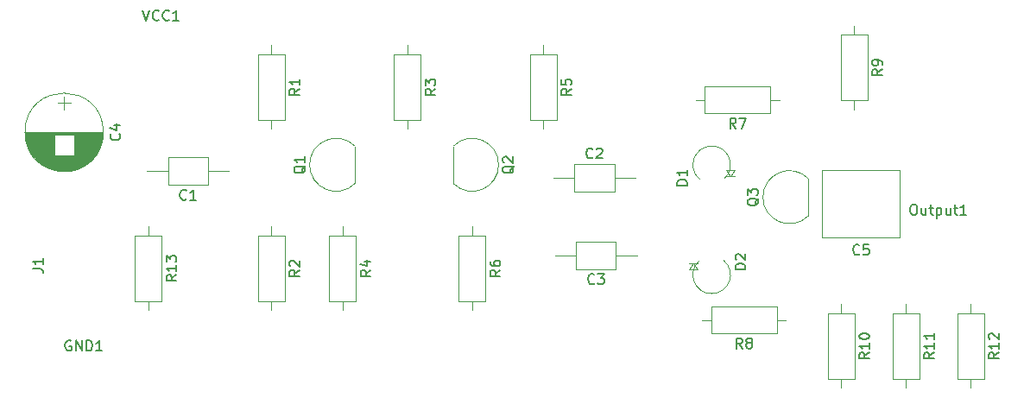
<source format=gbr>
G04 #@! TF.FileFunction,Legend,Top*
%FSLAX46Y46*%
G04 Gerber Fmt 4.6, Leading zero omitted, Abs format (unit mm)*
G04 Created by KiCad (PCBNEW 4.0.7) date 03/20/19 22:06:33*
%MOMM*%
%LPD*%
G01*
G04 APERTURE LIST*
%ADD10C,0.100000*%
%ADD11C,0.120000*%
%ADD12C,0.150000*%
G04 APERTURE END LIST*
D10*
D11*
X89035000Y-111850000D02*
X89035000Y-109130000D01*
X89035000Y-109130000D02*
X85115000Y-109130000D01*
X85115000Y-109130000D02*
X85115000Y-111850000D01*
X85115000Y-111850000D02*
X89035000Y-111850000D01*
X91095000Y-110490000D02*
X89035000Y-110490000D01*
X83055000Y-110490000D02*
X85115000Y-110490000D01*
X124960000Y-109765000D02*
X124960000Y-112485000D01*
X124960000Y-112485000D02*
X128880000Y-112485000D01*
X128880000Y-112485000D02*
X128880000Y-109765000D01*
X128880000Y-109765000D02*
X124960000Y-109765000D01*
X122900000Y-111125000D02*
X124960000Y-111125000D01*
X130940000Y-111125000D02*
X128880000Y-111125000D01*
X129040000Y-120105000D02*
X129040000Y-117385000D01*
X129040000Y-117385000D02*
X125120000Y-117385000D01*
X125120000Y-117385000D02*
X125120000Y-120105000D01*
X125120000Y-120105000D02*
X129040000Y-120105000D01*
X131100000Y-118745000D02*
X129040000Y-118745000D01*
X123060000Y-118745000D02*
X125120000Y-118745000D01*
X78770000Y-106660000D02*
G75*
G03X78770000Y-106660000I-3840000J0D01*
G01*
X78730000Y-106660000D02*
X71130000Y-106660000D01*
X78730000Y-106700000D02*
X71130000Y-106700000D01*
X78730000Y-106740000D02*
X71130000Y-106740000D01*
X78729000Y-106780000D02*
X71131000Y-106780000D01*
X78727000Y-106820000D02*
X71133000Y-106820000D01*
X78725000Y-106860000D02*
X71135000Y-106860000D01*
X78723000Y-106900000D02*
X71137000Y-106900000D01*
X78720000Y-106940000D02*
X75910000Y-106940000D01*
X73950000Y-106940000D02*
X71140000Y-106940000D01*
X78717000Y-106980000D02*
X75910000Y-106980000D01*
X73950000Y-106980000D02*
X71143000Y-106980000D01*
X78714000Y-107020000D02*
X75910000Y-107020000D01*
X73950000Y-107020000D02*
X71146000Y-107020000D01*
X78710000Y-107060000D02*
X75910000Y-107060000D01*
X73950000Y-107060000D02*
X71150000Y-107060000D01*
X78705000Y-107100000D02*
X75910000Y-107100000D01*
X73950000Y-107100000D02*
X71155000Y-107100000D01*
X78700000Y-107140000D02*
X75910000Y-107140000D01*
X73950000Y-107140000D02*
X71160000Y-107140000D01*
X78695000Y-107180000D02*
X75910000Y-107180000D01*
X73950000Y-107180000D02*
X71165000Y-107180000D01*
X78689000Y-107220000D02*
X75910000Y-107220000D01*
X73950000Y-107220000D02*
X71171000Y-107220000D01*
X78683000Y-107260000D02*
X75910000Y-107260000D01*
X73950000Y-107260000D02*
X71177000Y-107260000D01*
X78677000Y-107300000D02*
X75910000Y-107300000D01*
X73950000Y-107300000D02*
X71183000Y-107300000D01*
X78670000Y-107340000D02*
X75910000Y-107340000D01*
X73950000Y-107340000D02*
X71190000Y-107340000D01*
X78662000Y-107381000D02*
X75910000Y-107381000D01*
X73950000Y-107381000D02*
X71198000Y-107381000D01*
X78655000Y-107421000D02*
X75910000Y-107421000D01*
X73950000Y-107421000D02*
X71205000Y-107421000D01*
X78646000Y-107461000D02*
X75910000Y-107461000D01*
X73950000Y-107461000D02*
X71214000Y-107461000D01*
X78637000Y-107501000D02*
X75910000Y-107501000D01*
X73950000Y-107501000D02*
X71223000Y-107501000D01*
X78628000Y-107541000D02*
X75910000Y-107541000D01*
X73950000Y-107541000D02*
X71232000Y-107541000D01*
X78619000Y-107581000D02*
X75910000Y-107581000D01*
X73950000Y-107581000D02*
X71241000Y-107581000D01*
X78609000Y-107621000D02*
X75910000Y-107621000D01*
X73950000Y-107621000D02*
X71251000Y-107621000D01*
X78598000Y-107661000D02*
X75910000Y-107661000D01*
X73950000Y-107661000D02*
X71262000Y-107661000D01*
X78587000Y-107701000D02*
X75910000Y-107701000D01*
X73950000Y-107701000D02*
X71273000Y-107701000D01*
X78575000Y-107741000D02*
X75910000Y-107741000D01*
X73950000Y-107741000D02*
X71285000Y-107741000D01*
X78564000Y-107781000D02*
X75910000Y-107781000D01*
X73950000Y-107781000D02*
X71296000Y-107781000D01*
X78551000Y-107821000D02*
X75910000Y-107821000D01*
X73950000Y-107821000D02*
X71309000Y-107821000D01*
X78538000Y-107861000D02*
X75910000Y-107861000D01*
X73950000Y-107861000D02*
X71322000Y-107861000D01*
X78525000Y-107901000D02*
X75910000Y-107901000D01*
X73950000Y-107901000D02*
X71335000Y-107901000D01*
X78511000Y-107941000D02*
X75910000Y-107941000D01*
X73950000Y-107941000D02*
X71349000Y-107941000D01*
X78496000Y-107981000D02*
X75910000Y-107981000D01*
X73950000Y-107981000D02*
X71364000Y-107981000D01*
X78482000Y-108021000D02*
X75910000Y-108021000D01*
X73950000Y-108021000D02*
X71378000Y-108021000D01*
X78466000Y-108061000D02*
X75910000Y-108061000D01*
X73950000Y-108061000D02*
X71394000Y-108061000D01*
X78450000Y-108101000D02*
X75910000Y-108101000D01*
X73950000Y-108101000D02*
X71410000Y-108101000D01*
X78434000Y-108141000D02*
X75910000Y-108141000D01*
X73950000Y-108141000D02*
X71426000Y-108141000D01*
X78417000Y-108181000D02*
X75910000Y-108181000D01*
X73950000Y-108181000D02*
X71443000Y-108181000D01*
X78399000Y-108221000D02*
X75910000Y-108221000D01*
X73950000Y-108221000D02*
X71461000Y-108221000D01*
X78381000Y-108261000D02*
X75910000Y-108261000D01*
X73950000Y-108261000D02*
X71479000Y-108261000D01*
X78363000Y-108301000D02*
X75910000Y-108301000D01*
X73950000Y-108301000D02*
X71497000Y-108301000D01*
X78343000Y-108341000D02*
X75910000Y-108341000D01*
X73950000Y-108341000D02*
X71517000Y-108341000D01*
X78324000Y-108381000D02*
X75910000Y-108381000D01*
X73950000Y-108381000D02*
X71536000Y-108381000D01*
X78303000Y-108421000D02*
X75910000Y-108421000D01*
X73950000Y-108421000D02*
X71557000Y-108421000D01*
X78282000Y-108461000D02*
X75910000Y-108461000D01*
X73950000Y-108461000D02*
X71578000Y-108461000D01*
X78261000Y-108501000D02*
X75910000Y-108501000D01*
X73950000Y-108501000D02*
X71599000Y-108501000D01*
X78239000Y-108541000D02*
X75910000Y-108541000D01*
X73950000Y-108541000D02*
X71621000Y-108541000D01*
X78216000Y-108581000D02*
X75910000Y-108581000D01*
X73950000Y-108581000D02*
X71644000Y-108581000D01*
X78193000Y-108621000D02*
X75910000Y-108621000D01*
X73950000Y-108621000D02*
X71667000Y-108621000D01*
X78169000Y-108661000D02*
X75910000Y-108661000D01*
X73950000Y-108661000D02*
X71691000Y-108661000D01*
X78144000Y-108701000D02*
X75910000Y-108701000D01*
X73950000Y-108701000D02*
X71716000Y-108701000D01*
X78118000Y-108741000D02*
X75910000Y-108741000D01*
X73950000Y-108741000D02*
X71742000Y-108741000D01*
X78092000Y-108781000D02*
X75910000Y-108781000D01*
X73950000Y-108781000D02*
X71768000Y-108781000D01*
X78065000Y-108821000D02*
X75910000Y-108821000D01*
X73950000Y-108821000D02*
X71795000Y-108821000D01*
X78038000Y-108861000D02*
X75910000Y-108861000D01*
X73950000Y-108861000D02*
X71822000Y-108861000D01*
X78009000Y-108901000D02*
X71851000Y-108901000D01*
X77980000Y-108941000D02*
X71880000Y-108941000D01*
X77950000Y-108981000D02*
X71910000Y-108981000D01*
X77920000Y-109021000D02*
X71940000Y-109021000D01*
X77888000Y-109061000D02*
X71972000Y-109061000D01*
X77856000Y-109101000D02*
X72004000Y-109101000D01*
X77822000Y-109141000D02*
X72038000Y-109141000D01*
X77788000Y-109181000D02*
X72072000Y-109181000D01*
X77753000Y-109221000D02*
X72107000Y-109221000D01*
X77716000Y-109261000D02*
X72144000Y-109261000D01*
X77679000Y-109301000D02*
X72181000Y-109301000D01*
X77641000Y-109341000D02*
X72219000Y-109341000D01*
X77601000Y-109381000D02*
X72259000Y-109381000D01*
X77560000Y-109421000D02*
X72300000Y-109421000D01*
X77518000Y-109461000D02*
X72342000Y-109461000D01*
X77475000Y-109501000D02*
X72385000Y-109501000D01*
X77430000Y-109541000D02*
X72430000Y-109541000D01*
X77384000Y-109581000D02*
X72476000Y-109581000D01*
X77337000Y-109621000D02*
X72523000Y-109621000D01*
X77287000Y-109661000D02*
X72573000Y-109661000D01*
X77237000Y-109701000D02*
X72623000Y-109701000D01*
X77184000Y-109741000D02*
X72676000Y-109741000D01*
X77129000Y-109781000D02*
X72731000Y-109781000D01*
X77072000Y-109821000D02*
X72788000Y-109821000D01*
X77013000Y-109861000D02*
X72847000Y-109861000D01*
X76952000Y-109901000D02*
X72908000Y-109901000D01*
X76887000Y-109941000D02*
X72973000Y-109941000D01*
X76820000Y-109981000D02*
X73040000Y-109981000D01*
X76750000Y-110021000D02*
X73110000Y-110021000D01*
X76675000Y-110061000D02*
X73185000Y-110061000D01*
X76597000Y-110101000D02*
X73263000Y-110101000D01*
X76514000Y-110141000D02*
X73346000Y-110141000D01*
X76425000Y-110181000D02*
X73435000Y-110181000D01*
X76330000Y-110221000D02*
X73530000Y-110221000D01*
X76227000Y-110261000D02*
X73633000Y-110261000D01*
X76114000Y-110301000D02*
X73746000Y-110301000D01*
X75987000Y-110341000D02*
X73873000Y-110341000D01*
X75843000Y-110381000D02*
X74017000Y-110381000D01*
X75670000Y-110421000D02*
X74190000Y-110421000D01*
X75443000Y-110461000D02*
X74417000Y-110461000D01*
X74930000Y-103210000D02*
X74930000Y-104410000D01*
X75580000Y-103810000D02*
X74280000Y-103810000D01*
X156885000Y-116975000D02*
X149265000Y-116975000D01*
X156885000Y-110355000D02*
X149265000Y-110355000D01*
X156885000Y-116975000D02*
X156885000Y-110355000D01*
X149265000Y-116975000D02*
X149265000Y-110355000D01*
X139810000Y-110998000D02*
X140699000Y-110998000D01*
X140254500Y-110998000D02*
X139810000Y-110405333D01*
X139810000Y-110405333D02*
X140699000Y-110405333D01*
X140699000Y-110405333D02*
X140254500Y-110998000D01*
X139663840Y-111220408D02*
G75*
G03X137230000Y-111250242I-1233840J1365408D01*
G01*
X137050000Y-119507000D02*
X136161000Y-119507000D01*
X136605500Y-119507000D02*
X137050000Y-120099667D01*
X137050000Y-120099667D02*
X136161000Y-120099667D01*
X136161000Y-120099667D02*
X136605500Y-119507000D01*
X137196160Y-119284592D02*
G75*
G03X139630000Y-119254758I1233840J-1365408D01*
G01*
X103450000Y-111655000D02*
X103450000Y-108055000D01*
X103438478Y-111693478D02*
G75*
G02X99000000Y-109855000I-1838478J1838478D01*
G01*
X103438478Y-108016522D02*
G75*
G03X99000000Y-109855000I-1838478J-1838478D01*
G01*
X113085000Y-108055000D02*
X113085000Y-111655000D01*
X113096522Y-108016522D02*
G75*
G02X117535000Y-109855000I1838478J-1838478D01*
G01*
X113096522Y-111693478D02*
G75*
G03X117535000Y-109855000I1838478J1838478D01*
G01*
X147900000Y-114830000D02*
X147900000Y-111230000D01*
X147888478Y-114868478D02*
G75*
G02X143450000Y-113030000I-1838478J1838478D01*
G01*
X147888478Y-111191522D02*
G75*
G03X143450000Y-113030000I-1838478J-1838478D01*
G01*
X96560000Y-99025000D02*
X93940000Y-99025000D01*
X93940000Y-99025000D02*
X93940000Y-105445000D01*
X93940000Y-105445000D02*
X96560000Y-105445000D01*
X96560000Y-105445000D02*
X96560000Y-99025000D01*
X95250000Y-98135000D02*
X95250000Y-99025000D01*
X95250000Y-106335000D02*
X95250000Y-105445000D01*
X96560000Y-116805000D02*
X93940000Y-116805000D01*
X93940000Y-116805000D02*
X93940000Y-123225000D01*
X93940000Y-123225000D02*
X96560000Y-123225000D01*
X96560000Y-123225000D02*
X96560000Y-116805000D01*
X95250000Y-115915000D02*
X95250000Y-116805000D01*
X95250000Y-124115000D02*
X95250000Y-123225000D01*
X109895000Y-99025000D02*
X107275000Y-99025000D01*
X107275000Y-99025000D02*
X107275000Y-105445000D01*
X107275000Y-105445000D02*
X109895000Y-105445000D01*
X109895000Y-105445000D02*
X109895000Y-99025000D01*
X108585000Y-98135000D02*
X108585000Y-99025000D01*
X108585000Y-106335000D02*
X108585000Y-105445000D01*
X103545000Y-116805000D02*
X100925000Y-116805000D01*
X100925000Y-116805000D02*
X100925000Y-123225000D01*
X100925000Y-123225000D02*
X103545000Y-123225000D01*
X103545000Y-123225000D02*
X103545000Y-116805000D01*
X102235000Y-115915000D02*
X102235000Y-116805000D01*
X102235000Y-124115000D02*
X102235000Y-123225000D01*
X123230000Y-99025000D02*
X120610000Y-99025000D01*
X120610000Y-99025000D02*
X120610000Y-105445000D01*
X120610000Y-105445000D02*
X123230000Y-105445000D01*
X123230000Y-105445000D02*
X123230000Y-99025000D01*
X121920000Y-98135000D02*
X121920000Y-99025000D01*
X121920000Y-106335000D02*
X121920000Y-105445000D01*
X116245000Y-116805000D02*
X113625000Y-116805000D01*
X113625000Y-116805000D02*
X113625000Y-123225000D01*
X113625000Y-123225000D02*
X116245000Y-123225000D01*
X116245000Y-123225000D02*
X116245000Y-116805000D01*
X114935000Y-115915000D02*
X114935000Y-116805000D01*
X114935000Y-124115000D02*
X114935000Y-123225000D01*
X144180000Y-104815000D02*
X144180000Y-102195000D01*
X144180000Y-102195000D02*
X137760000Y-102195000D01*
X137760000Y-102195000D02*
X137760000Y-104815000D01*
X137760000Y-104815000D02*
X144180000Y-104815000D01*
X145070000Y-103505000D02*
X144180000Y-103505000D01*
X136870000Y-103505000D02*
X137760000Y-103505000D01*
X144815000Y-126405000D02*
X144815000Y-123785000D01*
X144815000Y-123785000D02*
X138395000Y-123785000D01*
X138395000Y-123785000D02*
X138395000Y-126405000D01*
X138395000Y-126405000D02*
X144815000Y-126405000D01*
X145705000Y-125095000D02*
X144815000Y-125095000D01*
X137505000Y-125095000D02*
X138395000Y-125095000D01*
X153710000Y-97120000D02*
X151090000Y-97120000D01*
X151090000Y-97120000D02*
X151090000Y-103540000D01*
X151090000Y-103540000D02*
X153710000Y-103540000D01*
X153710000Y-103540000D02*
X153710000Y-97120000D01*
X152400000Y-96230000D02*
X152400000Y-97120000D01*
X152400000Y-104430000D02*
X152400000Y-103540000D01*
X152440000Y-124425000D02*
X149820000Y-124425000D01*
X149820000Y-124425000D02*
X149820000Y-130845000D01*
X149820000Y-130845000D02*
X152440000Y-130845000D01*
X152440000Y-130845000D02*
X152440000Y-124425000D01*
X151130000Y-123535000D02*
X151130000Y-124425000D01*
X151130000Y-131735000D02*
X151130000Y-130845000D01*
X158790000Y-124425000D02*
X156170000Y-124425000D01*
X156170000Y-124425000D02*
X156170000Y-130845000D01*
X156170000Y-130845000D02*
X158790000Y-130845000D01*
X158790000Y-130845000D02*
X158790000Y-124425000D01*
X157480000Y-123535000D02*
X157480000Y-124425000D01*
X157480000Y-131735000D02*
X157480000Y-130845000D01*
X165140000Y-124425000D02*
X162520000Y-124425000D01*
X162520000Y-124425000D02*
X162520000Y-130845000D01*
X162520000Y-130845000D02*
X165140000Y-130845000D01*
X165140000Y-130845000D02*
X165140000Y-124425000D01*
X163830000Y-123535000D02*
X163830000Y-124425000D01*
X163830000Y-131735000D02*
X163830000Y-130845000D01*
X84495000Y-116805000D02*
X81875000Y-116805000D01*
X81875000Y-116805000D02*
X81875000Y-123225000D01*
X81875000Y-123225000D02*
X84495000Y-123225000D01*
X84495000Y-123225000D02*
X84495000Y-116805000D01*
X83185000Y-115915000D02*
X83185000Y-116805000D01*
X83185000Y-124115000D02*
X83185000Y-123225000D01*
D12*
X86908334Y-113207143D02*
X86860715Y-113254762D01*
X86717858Y-113302381D01*
X86622620Y-113302381D01*
X86479762Y-113254762D01*
X86384524Y-113159524D01*
X86336905Y-113064286D01*
X86289286Y-112873810D01*
X86289286Y-112730952D01*
X86336905Y-112540476D01*
X86384524Y-112445238D01*
X86479762Y-112350000D01*
X86622620Y-112302381D01*
X86717858Y-112302381D01*
X86860715Y-112350000D01*
X86908334Y-112397619D01*
X87860715Y-113302381D02*
X87289286Y-113302381D01*
X87575000Y-113302381D02*
X87575000Y-112302381D01*
X87479762Y-112445238D01*
X87384524Y-112540476D01*
X87289286Y-112588095D01*
X126753334Y-109122143D02*
X126705715Y-109169762D01*
X126562858Y-109217381D01*
X126467620Y-109217381D01*
X126324762Y-109169762D01*
X126229524Y-109074524D01*
X126181905Y-108979286D01*
X126134286Y-108788810D01*
X126134286Y-108645952D01*
X126181905Y-108455476D01*
X126229524Y-108360238D01*
X126324762Y-108265000D01*
X126467620Y-108217381D01*
X126562858Y-108217381D01*
X126705715Y-108265000D01*
X126753334Y-108312619D01*
X127134286Y-108312619D02*
X127181905Y-108265000D01*
X127277143Y-108217381D01*
X127515239Y-108217381D01*
X127610477Y-108265000D01*
X127658096Y-108312619D01*
X127705715Y-108407857D01*
X127705715Y-108503095D01*
X127658096Y-108645952D01*
X127086667Y-109217381D01*
X127705715Y-109217381D01*
X126913334Y-121462143D02*
X126865715Y-121509762D01*
X126722858Y-121557381D01*
X126627620Y-121557381D01*
X126484762Y-121509762D01*
X126389524Y-121414524D01*
X126341905Y-121319286D01*
X126294286Y-121128810D01*
X126294286Y-120985952D01*
X126341905Y-120795476D01*
X126389524Y-120700238D01*
X126484762Y-120605000D01*
X126627620Y-120557381D01*
X126722858Y-120557381D01*
X126865715Y-120605000D01*
X126913334Y-120652619D01*
X127246667Y-120557381D02*
X127865715Y-120557381D01*
X127532381Y-120938333D01*
X127675239Y-120938333D01*
X127770477Y-120985952D01*
X127818096Y-121033571D01*
X127865715Y-121128810D01*
X127865715Y-121366905D01*
X127818096Y-121462143D01*
X127770477Y-121509762D01*
X127675239Y-121557381D01*
X127389524Y-121557381D01*
X127294286Y-121509762D01*
X127246667Y-121462143D01*
X80347143Y-106826666D02*
X80394762Y-106874285D01*
X80442381Y-107017142D01*
X80442381Y-107112380D01*
X80394762Y-107255238D01*
X80299524Y-107350476D01*
X80204286Y-107398095D01*
X80013810Y-107445714D01*
X79870952Y-107445714D01*
X79680476Y-107398095D01*
X79585238Y-107350476D01*
X79490000Y-107255238D01*
X79442381Y-107112380D01*
X79442381Y-107017142D01*
X79490000Y-106874285D01*
X79537619Y-106826666D01*
X79775714Y-105969523D02*
X80442381Y-105969523D01*
X79394762Y-106207619D02*
X80109048Y-106445714D01*
X80109048Y-105826666D01*
X152908334Y-118582143D02*
X152860715Y-118629762D01*
X152717858Y-118677381D01*
X152622620Y-118677381D01*
X152479762Y-118629762D01*
X152384524Y-118534524D01*
X152336905Y-118439286D01*
X152289286Y-118248810D01*
X152289286Y-118105952D01*
X152336905Y-117915476D01*
X152384524Y-117820238D01*
X152479762Y-117725000D01*
X152622620Y-117677381D01*
X152717858Y-117677381D01*
X152860715Y-117725000D01*
X152908334Y-117772619D01*
X153813096Y-117677381D02*
X153336905Y-117677381D01*
X153289286Y-118153571D01*
X153336905Y-118105952D01*
X153432143Y-118058333D01*
X153670239Y-118058333D01*
X153765477Y-118105952D01*
X153813096Y-118153571D01*
X153860715Y-118248810D01*
X153860715Y-118486905D01*
X153813096Y-118582143D01*
X153765477Y-118629762D01*
X153670239Y-118677381D01*
X153432143Y-118677381D01*
X153336905Y-118629762D01*
X153289286Y-118582143D01*
X136022381Y-111863095D02*
X135022381Y-111863095D01*
X135022381Y-111625000D01*
X135070000Y-111482142D01*
X135165238Y-111386904D01*
X135260476Y-111339285D01*
X135450952Y-111291666D01*
X135593810Y-111291666D01*
X135784286Y-111339285D01*
X135879524Y-111386904D01*
X135974762Y-111482142D01*
X136022381Y-111625000D01*
X136022381Y-111863095D01*
X136022381Y-110339285D02*
X136022381Y-110910714D01*
X136022381Y-110625000D02*
X135022381Y-110625000D01*
X135165238Y-110720238D01*
X135260476Y-110815476D01*
X135308095Y-110910714D01*
X141742381Y-120118095D02*
X140742381Y-120118095D01*
X140742381Y-119880000D01*
X140790000Y-119737142D01*
X140885238Y-119641904D01*
X140980476Y-119594285D01*
X141170952Y-119546666D01*
X141313810Y-119546666D01*
X141504286Y-119594285D01*
X141599524Y-119641904D01*
X141694762Y-119737142D01*
X141742381Y-119880000D01*
X141742381Y-120118095D01*
X140837619Y-119165714D02*
X140790000Y-119118095D01*
X140742381Y-119022857D01*
X140742381Y-118784761D01*
X140790000Y-118689523D01*
X140837619Y-118641904D01*
X140932857Y-118594285D01*
X141028095Y-118594285D01*
X141170952Y-118641904D01*
X141742381Y-119213333D01*
X141742381Y-118594285D01*
X98587619Y-109950238D02*
X98540000Y-110045476D01*
X98444762Y-110140714D01*
X98301905Y-110283571D01*
X98254286Y-110378810D01*
X98254286Y-110474048D01*
X98492381Y-110426429D02*
X98444762Y-110521667D01*
X98349524Y-110616905D01*
X98159048Y-110664524D01*
X97825714Y-110664524D01*
X97635238Y-110616905D01*
X97540000Y-110521667D01*
X97492381Y-110426429D01*
X97492381Y-110235952D01*
X97540000Y-110140714D01*
X97635238Y-110045476D01*
X97825714Y-109997857D01*
X98159048Y-109997857D01*
X98349524Y-110045476D01*
X98444762Y-110140714D01*
X98492381Y-110235952D01*
X98492381Y-110426429D01*
X98492381Y-109045476D02*
X98492381Y-109616905D01*
X98492381Y-109331191D02*
X97492381Y-109331191D01*
X97635238Y-109426429D01*
X97730476Y-109521667D01*
X97778095Y-109616905D01*
X119042619Y-109950238D02*
X118995000Y-110045476D01*
X118899762Y-110140714D01*
X118756905Y-110283571D01*
X118709286Y-110378810D01*
X118709286Y-110474048D01*
X118947381Y-110426429D02*
X118899762Y-110521667D01*
X118804524Y-110616905D01*
X118614048Y-110664524D01*
X118280714Y-110664524D01*
X118090238Y-110616905D01*
X117995000Y-110521667D01*
X117947381Y-110426429D01*
X117947381Y-110235952D01*
X117995000Y-110140714D01*
X118090238Y-110045476D01*
X118280714Y-109997857D01*
X118614048Y-109997857D01*
X118804524Y-110045476D01*
X118899762Y-110140714D01*
X118947381Y-110235952D01*
X118947381Y-110426429D01*
X118042619Y-109616905D02*
X117995000Y-109569286D01*
X117947381Y-109474048D01*
X117947381Y-109235952D01*
X117995000Y-109140714D01*
X118042619Y-109093095D01*
X118137857Y-109045476D01*
X118233095Y-109045476D01*
X118375952Y-109093095D01*
X118947381Y-109664524D01*
X118947381Y-109045476D01*
X143037619Y-113125238D02*
X142990000Y-113220476D01*
X142894762Y-113315714D01*
X142751905Y-113458571D01*
X142704286Y-113553810D01*
X142704286Y-113649048D01*
X142942381Y-113601429D02*
X142894762Y-113696667D01*
X142799524Y-113791905D01*
X142609048Y-113839524D01*
X142275714Y-113839524D01*
X142085238Y-113791905D01*
X141990000Y-113696667D01*
X141942381Y-113601429D01*
X141942381Y-113410952D01*
X141990000Y-113315714D01*
X142085238Y-113220476D01*
X142275714Y-113172857D01*
X142609048Y-113172857D01*
X142799524Y-113220476D01*
X142894762Y-113315714D01*
X142942381Y-113410952D01*
X142942381Y-113601429D01*
X141942381Y-112839524D02*
X141942381Y-112220476D01*
X142323333Y-112553810D01*
X142323333Y-112410952D01*
X142370952Y-112315714D01*
X142418571Y-112268095D01*
X142513810Y-112220476D01*
X142751905Y-112220476D01*
X142847143Y-112268095D01*
X142894762Y-112315714D01*
X142942381Y-112410952D01*
X142942381Y-112696667D01*
X142894762Y-112791905D01*
X142847143Y-112839524D01*
X98012381Y-102401666D02*
X97536190Y-102735000D01*
X98012381Y-102973095D02*
X97012381Y-102973095D01*
X97012381Y-102592142D01*
X97060000Y-102496904D01*
X97107619Y-102449285D01*
X97202857Y-102401666D01*
X97345714Y-102401666D01*
X97440952Y-102449285D01*
X97488571Y-102496904D01*
X97536190Y-102592142D01*
X97536190Y-102973095D01*
X98012381Y-101449285D02*
X98012381Y-102020714D01*
X98012381Y-101735000D02*
X97012381Y-101735000D01*
X97155238Y-101830238D01*
X97250476Y-101925476D01*
X97298095Y-102020714D01*
X98012381Y-120181666D02*
X97536190Y-120515000D01*
X98012381Y-120753095D02*
X97012381Y-120753095D01*
X97012381Y-120372142D01*
X97060000Y-120276904D01*
X97107619Y-120229285D01*
X97202857Y-120181666D01*
X97345714Y-120181666D01*
X97440952Y-120229285D01*
X97488571Y-120276904D01*
X97536190Y-120372142D01*
X97536190Y-120753095D01*
X97107619Y-119800714D02*
X97060000Y-119753095D01*
X97012381Y-119657857D01*
X97012381Y-119419761D01*
X97060000Y-119324523D01*
X97107619Y-119276904D01*
X97202857Y-119229285D01*
X97298095Y-119229285D01*
X97440952Y-119276904D01*
X98012381Y-119848333D01*
X98012381Y-119229285D01*
X111347381Y-102401666D02*
X110871190Y-102735000D01*
X111347381Y-102973095D02*
X110347381Y-102973095D01*
X110347381Y-102592142D01*
X110395000Y-102496904D01*
X110442619Y-102449285D01*
X110537857Y-102401666D01*
X110680714Y-102401666D01*
X110775952Y-102449285D01*
X110823571Y-102496904D01*
X110871190Y-102592142D01*
X110871190Y-102973095D01*
X110347381Y-102068333D02*
X110347381Y-101449285D01*
X110728333Y-101782619D01*
X110728333Y-101639761D01*
X110775952Y-101544523D01*
X110823571Y-101496904D01*
X110918810Y-101449285D01*
X111156905Y-101449285D01*
X111252143Y-101496904D01*
X111299762Y-101544523D01*
X111347381Y-101639761D01*
X111347381Y-101925476D01*
X111299762Y-102020714D01*
X111252143Y-102068333D01*
X104997381Y-120181666D02*
X104521190Y-120515000D01*
X104997381Y-120753095D02*
X103997381Y-120753095D01*
X103997381Y-120372142D01*
X104045000Y-120276904D01*
X104092619Y-120229285D01*
X104187857Y-120181666D01*
X104330714Y-120181666D01*
X104425952Y-120229285D01*
X104473571Y-120276904D01*
X104521190Y-120372142D01*
X104521190Y-120753095D01*
X104330714Y-119324523D02*
X104997381Y-119324523D01*
X103949762Y-119562619D02*
X104664048Y-119800714D01*
X104664048Y-119181666D01*
X124682381Y-102401666D02*
X124206190Y-102735000D01*
X124682381Y-102973095D02*
X123682381Y-102973095D01*
X123682381Y-102592142D01*
X123730000Y-102496904D01*
X123777619Y-102449285D01*
X123872857Y-102401666D01*
X124015714Y-102401666D01*
X124110952Y-102449285D01*
X124158571Y-102496904D01*
X124206190Y-102592142D01*
X124206190Y-102973095D01*
X123682381Y-101496904D02*
X123682381Y-101973095D01*
X124158571Y-102020714D01*
X124110952Y-101973095D01*
X124063333Y-101877857D01*
X124063333Y-101639761D01*
X124110952Y-101544523D01*
X124158571Y-101496904D01*
X124253810Y-101449285D01*
X124491905Y-101449285D01*
X124587143Y-101496904D01*
X124634762Y-101544523D01*
X124682381Y-101639761D01*
X124682381Y-101877857D01*
X124634762Y-101973095D01*
X124587143Y-102020714D01*
X117697381Y-120181666D02*
X117221190Y-120515000D01*
X117697381Y-120753095D02*
X116697381Y-120753095D01*
X116697381Y-120372142D01*
X116745000Y-120276904D01*
X116792619Y-120229285D01*
X116887857Y-120181666D01*
X117030714Y-120181666D01*
X117125952Y-120229285D01*
X117173571Y-120276904D01*
X117221190Y-120372142D01*
X117221190Y-120753095D01*
X116697381Y-119324523D02*
X116697381Y-119515000D01*
X116745000Y-119610238D01*
X116792619Y-119657857D01*
X116935476Y-119753095D01*
X117125952Y-119800714D01*
X117506905Y-119800714D01*
X117602143Y-119753095D01*
X117649762Y-119705476D01*
X117697381Y-119610238D01*
X117697381Y-119419761D01*
X117649762Y-119324523D01*
X117602143Y-119276904D01*
X117506905Y-119229285D01*
X117268810Y-119229285D01*
X117173571Y-119276904D01*
X117125952Y-119324523D01*
X117078333Y-119419761D01*
X117078333Y-119610238D01*
X117125952Y-119705476D01*
X117173571Y-119753095D01*
X117268810Y-119800714D01*
X140803334Y-106267381D02*
X140470000Y-105791190D01*
X140231905Y-106267381D02*
X140231905Y-105267381D01*
X140612858Y-105267381D01*
X140708096Y-105315000D01*
X140755715Y-105362619D01*
X140803334Y-105457857D01*
X140803334Y-105600714D01*
X140755715Y-105695952D01*
X140708096Y-105743571D01*
X140612858Y-105791190D01*
X140231905Y-105791190D01*
X141136667Y-105267381D02*
X141803334Y-105267381D01*
X141374762Y-106267381D01*
X141438334Y-127857381D02*
X141105000Y-127381190D01*
X140866905Y-127857381D02*
X140866905Y-126857381D01*
X141247858Y-126857381D01*
X141343096Y-126905000D01*
X141390715Y-126952619D01*
X141438334Y-127047857D01*
X141438334Y-127190714D01*
X141390715Y-127285952D01*
X141343096Y-127333571D01*
X141247858Y-127381190D01*
X140866905Y-127381190D01*
X142009762Y-127285952D02*
X141914524Y-127238333D01*
X141866905Y-127190714D01*
X141819286Y-127095476D01*
X141819286Y-127047857D01*
X141866905Y-126952619D01*
X141914524Y-126905000D01*
X142009762Y-126857381D01*
X142200239Y-126857381D01*
X142295477Y-126905000D01*
X142343096Y-126952619D01*
X142390715Y-127047857D01*
X142390715Y-127095476D01*
X142343096Y-127190714D01*
X142295477Y-127238333D01*
X142200239Y-127285952D01*
X142009762Y-127285952D01*
X141914524Y-127333571D01*
X141866905Y-127381190D01*
X141819286Y-127476429D01*
X141819286Y-127666905D01*
X141866905Y-127762143D01*
X141914524Y-127809762D01*
X142009762Y-127857381D01*
X142200239Y-127857381D01*
X142295477Y-127809762D01*
X142343096Y-127762143D01*
X142390715Y-127666905D01*
X142390715Y-127476429D01*
X142343096Y-127381190D01*
X142295477Y-127333571D01*
X142200239Y-127285952D01*
X155162381Y-100496666D02*
X154686190Y-100830000D01*
X155162381Y-101068095D02*
X154162381Y-101068095D01*
X154162381Y-100687142D01*
X154210000Y-100591904D01*
X154257619Y-100544285D01*
X154352857Y-100496666D01*
X154495714Y-100496666D01*
X154590952Y-100544285D01*
X154638571Y-100591904D01*
X154686190Y-100687142D01*
X154686190Y-101068095D01*
X155162381Y-100020476D02*
X155162381Y-99830000D01*
X155114762Y-99734761D01*
X155067143Y-99687142D01*
X154924286Y-99591904D01*
X154733810Y-99544285D01*
X154352857Y-99544285D01*
X154257619Y-99591904D01*
X154210000Y-99639523D01*
X154162381Y-99734761D01*
X154162381Y-99925238D01*
X154210000Y-100020476D01*
X154257619Y-100068095D01*
X154352857Y-100115714D01*
X154590952Y-100115714D01*
X154686190Y-100068095D01*
X154733810Y-100020476D01*
X154781429Y-99925238D01*
X154781429Y-99734761D01*
X154733810Y-99639523D01*
X154686190Y-99591904D01*
X154590952Y-99544285D01*
X153892381Y-128277857D02*
X153416190Y-128611191D01*
X153892381Y-128849286D02*
X152892381Y-128849286D01*
X152892381Y-128468333D01*
X152940000Y-128373095D01*
X152987619Y-128325476D01*
X153082857Y-128277857D01*
X153225714Y-128277857D01*
X153320952Y-128325476D01*
X153368571Y-128373095D01*
X153416190Y-128468333D01*
X153416190Y-128849286D01*
X153892381Y-127325476D02*
X153892381Y-127896905D01*
X153892381Y-127611191D02*
X152892381Y-127611191D01*
X153035238Y-127706429D01*
X153130476Y-127801667D01*
X153178095Y-127896905D01*
X152892381Y-126706429D02*
X152892381Y-126611190D01*
X152940000Y-126515952D01*
X152987619Y-126468333D01*
X153082857Y-126420714D01*
X153273333Y-126373095D01*
X153511429Y-126373095D01*
X153701905Y-126420714D01*
X153797143Y-126468333D01*
X153844762Y-126515952D01*
X153892381Y-126611190D01*
X153892381Y-126706429D01*
X153844762Y-126801667D01*
X153797143Y-126849286D01*
X153701905Y-126896905D01*
X153511429Y-126944524D01*
X153273333Y-126944524D01*
X153082857Y-126896905D01*
X152987619Y-126849286D01*
X152940000Y-126801667D01*
X152892381Y-126706429D01*
X160242381Y-128277857D02*
X159766190Y-128611191D01*
X160242381Y-128849286D02*
X159242381Y-128849286D01*
X159242381Y-128468333D01*
X159290000Y-128373095D01*
X159337619Y-128325476D01*
X159432857Y-128277857D01*
X159575714Y-128277857D01*
X159670952Y-128325476D01*
X159718571Y-128373095D01*
X159766190Y-128468333D01*
X159766190Y-128849286D01*
X160242381Y-127325476D02*
X160242381Y-127896905D01*
X160242381Y-127611191D02*
X159242381Y-127611191D01*
X159385238Y-127706429D01*
X159480476Y-127801667D01*
X159528095Y-127896905D01*
X160242381Y-126373095D02*
X160242381Y-126944524D01*
X160242381Y-126658810D02*
X159242381Y-126658810D01*
X159385238Y-126754048D01*
X159480476Y-126849286D01*
X159528095Y-126944524D01*
X166592381Y-128277857D02*
X166116190Y-128611191D01*
X166592381Y-128849286D02*
X165592381Y-128849286D01*
X165592381Y-128468333D01*
X165640000Y-128373095D01*
X165687619Y-128325476D01*
X165782857Y-128277857D01*
X165925714Y-128277857D01*
X166020952Y-128325476D01*
X166068571Y-128373095D01*
X166116190Y-128468333D01*
X166116190Y-128849286D01*
X166592381Y-127325476D02*
X166592381Y-127896905D01*
X166592381Y-127611191D02*
X165592381Y-127611191D01*
X165735238Y-127706429D01*
X165830476Y-127801667D01*
X165878095Y-127896905D01*
X165687619Y-126944524D02*
X165640000Y-126896905D01*
X165592381Y-126801667D01*
X165592381Y-126563571D01*
X165640000Y-126468333D01*
X165687619Y-126420714D01*
X165782857Y-126373095D01*
X165878095Y-126373095D01*
X166020952Y-126420714D01*
X166592381Y-126992143D01*
X166592381Y-126373095D01*
X85947381Y-120657857D02*
X85471190Y-120991191D01*
X85947381Y-121229286D02*
X84947381Y-121229286D01*
X84947381Y-120848333D01*
X84995000Y-120753095D01*
X85042619Y-120705476D01*
X85137857Y-120657857D01*
X85280714Y-120657857D01*
X85375952Y-120705476D01*
X85423571Y-120753095D01*
X85471190Y-120848333D01*
X85471190Y-121229286D01*
X85947381Y-119705476D02*
X85947381Y-120276905D01*
X85947381Y-119991191D02*
X84947381Y-119991191D01*
X85090238Y-120086429D01*
X85185476Y-120181667D01*
X85233095Y-120276905D01*
X84947381Y-119372143D02*
X84947381Y-118753095D01*
X85328333Y-119086429D01*
X85328333Y-118943571D01*
X85375952Y-118848333D01*
X85423571Y-118800714D01*
X85518810Y-118753095D01*
X85756905Y-118753095D01*
X85852143Y-118800714D01*
X85899762Y-118848333D01*
X85947381Y-118943571D01*
X85947381Y-119229286D01*
X85899762Y-119324524D01*
X85852143Y-119372143D01*
X71842381Y-120030833D02*
X72556667Y-120030833D01*
X72699524Y-120078453D01*
X72794762Y-120173691D01*
X72842381Y-120316548D01*
X72842381Y-120411786D01*
X72842381Y-119030833D02*
X72842381Y-119602262D01*
X72842381Y-119316548D02*
X71842381Y-119316548D01*
X71985238Y-119411786D01*
X72080476Y-119507024D01*
X72128095Y-119602262D01*
X82645476Y-94702381D02*
X82978809Y-95702381D01*
X83312143Y-94702381D01*
X84216905Y-95607143D02*
X84169286Y-95654762D01*
X84026429Y-95702381D01*
X83931191Y-95702381D01*
X83788333Y-95654762D01*
X83693095Y-95559524D01*
X83645476Y-95464286D01*
X83597857Y-95273810D01*
X83597857Y-95130952D01*
X83645476Y-94940476D01*
X83693095Y-94845238D01*
X83788333Y-94750000D01*
X83931191Y-94702381D01*
X84026429Y-94702381D01*
X84169286Y-94750000D01*
X84216905Y-94797619D01*
X85216905Y-95607143D02*
X85169286Y-95654762D01*
X85026429Y-95702381D01*
X84931191Y-95702381D01*
X84788333Y-95654762D01*
X84693095Y-95559524D01*
X84645476Y-95464286D01*
X84597857Y-95273810D01*
X84597857Y-95130952D01*
X84645476Y-94940476D01*
X84693095Y-94845238D01*
X84788333Y-94750000D01*
X84931191Y-94702381D01*
X85026429Y-94702381D01*
X85169286Y-94750000D01*
X85216905Y-94797619D01*
X86169286Y-95702381D02*
X85597857Y-95702381D01*
X85883571Y-95702381D02*
X85883571Y-94702381D01*
X85788333Y-94845238D01*
X85693095Y-94940476D01*
X85597857Y-94988095D01*
X75596905Y-127135000D02*
X75501667Y-127087381D01*
X75358810Y-127087381D01*
X75215952Y-127135000D01*
X75120714Y-127230238D01*
X75073095Y-127325476D01*
X75025476Y-127515952D01*
X75025476Y-127658810D01*
X75073095Y-127849286D01*
X75120714Y-127944524D01*
X75215952Y-128039762D01*
X75358810Y-128087381D01*
X75454048Y-128087381D01*
X75596905Y-128039762D01*
X75644524Y-127992143D01*
X75644524Y-127658810D01*
X75454048Y-127658810D01*
X76073095Y-128087381D02*
X76073095Y-127087381D01*
X76644524Y-128087381D01*
X76644524Y-127087381D01*
X77120714Y-128087381D02*
X77120714Y-127087381D01*
X77358809Y-127087381D01*
X77501667Y-127135000D01*
X77596905Y-127230238D01*
X77644524Y-127325476D01*
X77692143Y-127515952D01*
X77692143Y-127658810D01*
X77644524Y-127849286D01*
X77596905Y-127944524D01*
X77501667Y-128039762D01*
X77358809Y-128087381D01*
X77120714Y-128087381D01*
X78644524Y-128087381D02*
X78073095Y-128087381D01*
X78358809Y-128087381D02*
X78358809Y-127087381D01*
X78263571Y-127230238D01*
X78168333Y-127325476D01*
X78073095Y-127373095D01*
X158154999Y-113752381D02*
X158345476Y-113752381D01*
X158440714Y-113800000D01*
X158535952Y-113895238D01*
X158583571Y-114085714D01*
X158583571Y-114419048D01*
X158535952Y-114609524D01*
X158440714Y-114704762D01*
X158345476Y-114752381D01*
X158154999Y-114752381D01*
X158059761Y-114704762D01*
X157964523Y-114609524D01*
X157916904Y-114419048D01*
X157916904Y-114085714D01*
X157964523Y-113895238D01*
X158059761Y-113800000D01*
X158154999Y-113752381D01*
X159440714Y-114085714D02*
X159440714Y-114752381D01*
X159012142Y-114085714D02*
X159012142Y-114609524D01*
X159059761Y-114704762D01*
X159154999Y-114752381D01*
X159297857Y-114752381D01*
X159393095Y-114704762D01*
X159440714Y-114657143D01*
X159774047Y-114085714D02*
X160154999Y-114085714D01*
X159916904Y-113752381D02*
X159916904Y-114609524D01*
X159964523Y-114704762D01*
X160059761Y-114752381D01*
X160154999Y-114752381D01*
X160488333Y-114085714D02*
X160488333Y-115085714D01*
X160488333Y-114133333D02*
X160583571Y-114085714D01*
X160774048Y-114085714D01*
X160869286Y-114133333D01*
X160916905Y-114180952D01*
X160964524Y-114276190D01*
X160964524Y-114561905D01*
X160916905Y-114657143D01*
X160869286Y-114704762D01*
X160774048Y-114752381D01*
X160583571Y-114752381D01*
X160488333Y-114704762D01*
X161821667Y-114085714D02*
X161821667Y-114752381D01*
X161393095Y-114085714D02*
X161393095Y-114609524D01*
X161440714Y-114704762D01*
X161535952Y-114752381D01*
X161678810Y-114752381D01*
X161774048Y-114704762D01*
X161821667Y-114657143D01*
X162155000Y-114085714D02*
X162535952Y-114085714D01*
X162297857Y-113752381D02*
X162297857Y-114609524D01*
X162345476Y-114704762D01*
X162440714Y-114752381D01*
X162535952Y-114752381D01*
X163393096Y-114752381D02*
X162821667Y-114752381D01*
X163107381Y-114752381D02*
X163107381Y-113752381D01*
X163012143Y-113895238D01*
X162916905Y-113990476D01*
X162821667Y-114038095D01*
M02*

</source>
